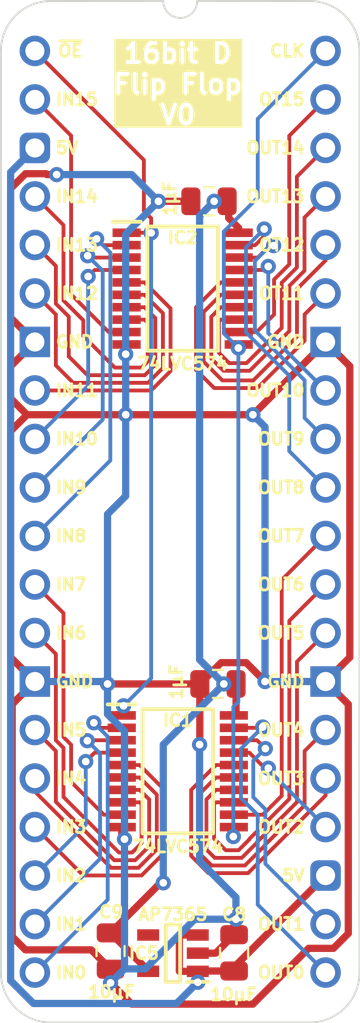
<source format=kicad_pcb>
(kicad_pcb (version 20240108) (generator "pcbnew") (generator_version "8.0")
  (title_block (title "16bit D Flip Flop") (date "2024-03-05") (rev "V0"))
  (layers (0 "F.Cu" signal) (31 "B.Cu" signal) (34 "B.Paste" user) (35 "F.Paste" user) (36 "B.SilkS" user "B.Silkscreen") (37 "F.SilkS" user "F.Silkscreen") (38 "B.Mask" user) (39 "F.Mask" user) (44 "Edge.Cuts" user))
  (net 0 "")
  (net 1 "GND")
  (net 2 "5V")
  (net 3 "/3.3V")
  (net 5 "VA5")
  (net 6 "VA3")
  (net 7 "C5")
  (net 8 "~{OE}")
  (net 9 "C0")
  (net 10 "C6")
  (net 11 "C2")
  (net 12 "CLK")
  (net 13 "C3")
  (net 14 "VA4")
  (net 15 "VA6")
  (net 16 "VA1")
  (net 17 "VA2")
  (net 18 "VA7")
  (net 19 "C7")
  (net 20 "C1")
  (net 21 "C4")
  (net 22 "VA0")
  (net 23 "VA9")
  (net 24 "C10")
  (net 25 "C8")
  (net 26 "VA14")
  (net 27 "C15")
  (net 28 "C12")
  (net 29 "C13")
  (net 30 "VA8")
  (net 31 "C14")
  (net 32 "C9")
  (net 33 "VA10")
  (net 34 "VA12")
  (net 35 "C11")
  (net 36 "VA15")
  (net 37 "VA11")
  (net 38 "VA13")
  (footprint "SamacSys_Parts:SOP65P640X110-20N" (layer "F.Cu") (at 7.493 37.719)
    (property "Reference" "IC1" (at 0 -2.667 0) (layer "F.SilkS") (effects (font (size 0.635 0.635))))
    (property "Value" "74LVC574APW,118" (hide yes))
    (fp_line (start -3.675 -3.5) (end -2.2 -3.5) (stroke (width 0.2)) (layer "F.SilkS"))
    (fp_line (start -1.85 -3.25) (end 1.85 -3.25) (stroke (width 0.2)) (layer "F.SilkS"))
    (fp_line (start -1.85 3.25) (end -1.85 -3.25) (stroke (width 0.2)) (layer "F.SilkS"))
    (fp_line (start 1.85 -3.25) (end 1.85 3.25) (stroke (width 0.2)) (layer "F.SilkS"))
    (fp_line (start 1.85 3.25) (end -1.85 3.25) (stroke (width 0.2)) (layer "F.SilkS"))
    (fp_text user "${Silkscreen}" (at 0 3.937 0) (layer "F.SilkS") (effects (font (size 0.635 0.635))))
    (pad "1" smd rect (at -2.938 -2.925 90) (size 0.45 1.475) (layers "F.Cu" "F.Paste" "F.Mask") (net 8 "~{OE}"))
    (pad "2" smd rect (at -2.938 -2.275 90) (size 0.45 1.475) (layers "F.Cu" "F.Paste" "F.Mask") (net 9 "C0"))
    (pad "3" smd rect (at -2.938 -1.625 90) (size 0.45 1.475) (layers "F.Cu" "F.Paste" "F.Mask") (net 20 "C1"))
    (pad "4" smd rect (at -2.938 -0.975 90) (size 0.45 1.475) (layers "F.Cu" "F.Paste" "F.Mask") (net 11 "C2"))
    (pad "5" smd rect (at -2.938 -0.325 90) (size 0.45 1.475) (layers "F.Cu" "F.Paste" "F.Mask") (net 13 "C3"))
    (pad "6" smd rect (at -2.938 0.325 90) (size 0.45 1.475) (layers "F.Cu" "F.Paste" "F.Mask") (net 21 "C4"))
    (pad "7" smd rect (at -2.938 0.975 90) (size 0.45 1.475) (layers "F.Cu" "F.Paste" "F.Mask") (net 7 "C5"))
    (pad "8" smd rect (at -2.938 1.625 90) (size 0.45 1.475) (layers "F.Cu" "F.Paste" "F.Mask") (net 10 "C6"))
    (pad "9" smd rect (at -2.938 2.275 90) (size 0.45 1.475) (layers "F.Cu" "F.Paste" "F.Mask") (net 19 "C7"))
    (pad "10" smd rect (at -2.938 2.925 90) (size 0.45 1.475) (layers "F.Cu" "F.Paste" "F.Mask") (net 1 "GND"))
    (pad "11" smd rect (at 2.938 2.925 90) (size 0.45 1.475) (layers "F.Cu" "F.Paste" "F.Mask") (net 12 "CLK"))
    (pad "12" smd rect (at 2.938 2.275 90) (size 0.45 1.475) (layers "F.Cu" "F.Paste" "F.Mask") (net 18 "VA7"))
    (pad "13" smd rect (at 2.938 1.625 90) (size 0.45 1.475) (layers "F.Cu" "F.Paste" "F.Mask") (net 15 "VA6"))
    (pad "14" smd rect (at 2.938 0.975 90) (size 0.45 1.475) (layers "F.Cu" "F.Paste" "F.Mask") (net 5 "VA5"))
    (pad "15" smd rect (at 2.938 0.325 90) (size 0.45 1.475) (layers "F.Cu" "F.Paste" "F.Mask") (net 14 "VA4"))
    (pad "16" smd rect (at 2.938 -0.325 90) (size 0.45 1.475) (layers "F.Cu" "F.Paste" "F.Mask") (net 6 "VA3"))
    (pad "17" smd rect (at 2.938 -0.975 90) (size 0.45 1.475) (layers "F.Cu" "F.Paste" "F.Mask") (net 17 "VA2"))
    (pad "18" smd rect (at 2.938 -1.625 90) (size 0.45 1.475) (layers "F.Cu" "F.Paste" "F.Mask") (net 16 "VA1"))
    (pad "19" smd rect (at 2.938 -2.275 90) (size 0.45 1.475) (layers "F.Cu" "F.Paste" "F.Mask") (net 22 "VA0"))
    (pad "20" smd rect (at 2.938 -2.925 90) (size 0.45 1.475) (layers "F.Cu" "F.Paste" "F.Mask") (net 3 "/3.3V"))
  )
  (footprint "SamacSys_Parts:C_0805" (layer "F.Cu") (at 9.144 7.874 90)
    (property "Reference" "C2" (hide yes))
    (property "Value" "1μF" (at 0.1484 -2.0768 90) (layer "F.SilkS") (effects (font (size 0.635 0.635))))
    (fp_line (start 0.735 0.245252) (end 0.735 -0.277252) (stroke (width 0.12)) (layer "F.SilkS"))
    (fp_line (start -0.735 0.245252) (end -0.735 -0.277252) (stroke (width 0.12)) (layer "F.SilkS"))
    (pad "1" smd roundrect (at 0 0.934 180) (size 1 1.45) (layers "F.Cu" "F.Paste" "F.Mask") (net 3 "/3.3V"))
    (pad "2" smd roundrect (at 0 -0.966 180) (size 1 1.45) (layers "F.Cu" "F.Paste" "F.Mask") (net 1 "GND"))
  )
  (footprint "SamacSys_Parts:SOP65P640X110-20N" (layer "F.Cu") (at 7.747 12.446)
    (property "Reference" "IC2" (at 0 -2.667 0) (layer "F.SilkS") (effects (font (size 0.635 0.635))))
    (property "Value" "74LVC574APW,118" (hide yes))
    (fp_line (start -3.675 -3.5) (end -2.2 -3.5) (stroke (width 0.2)) (layer "F.SilkS"))
    (fp_line (start -1.85 -3.25) (end 1.85 -3.25) (stroke (width 0.2)) (layer "F.SilkS"))
    (fp_line (start -1.85 3.25) (end -1.85 -3.25) (stroke (width 0.2)) (layer "F.SilkS"))
    (fp_line (start 1.85 -3.25) (end 1.85 3.25) (stroke (width 0.2)) (layer "F.SilkS"))
    (fp_line (start 1.85 3.25) (end -1.85 3.25) (stroke (width 0.2)) (layer "F.SilkS"))
    (fp_text user "${Silkscreen}" (at 0 3.937 0) (layer "F.SilkS") (effects (font (size 0.635 0.635))))
    (pad "1" smd rect (at -2.938 -2.925 90) (size 0.45 1.475) (layers "F.Cu" "F.Paste" "F.Mask") (net 8 "~{OE}"))
    (pad "2" smd rect (at -2.938 -2.275 90) (size 0.45 1.475) (layers "F.Cu" "F.Paste" "F.Mask") (net 25 "C8"))
    (pad "3" smd rect (at -2.938 -1.625 90) (size 0.45 1.475) (layers "F.Cu" "F.Paste" "F.Mask") (net 32 "C9"))
    (pad "4" smd rect (at -2.938 -0.975 90) (size 0.45 1.475) (layers "F.Cu" "F.Paste" "F.Mask") (net 24 "C10"))
    (pad "5" smd rect (at -2.938 -0.325 90) (size 0.45 1.475) (layers "F.Cu" "F.Paste" "F.Mask") (net 35 "C11"))
    (pad "6" smd rect (at -2.938 0.325 90) (size 0.45 1.475) (layers "F.Cu" "F.Paste" "F.Mask") (net 28 "C12"))
    (pad "7" smd rect (at -2.938 0.975 90) (size 0.45 1.475) (layers "F.Cu" "F.Paste" "F.Mask") (net 29 "C13"))
    (pad "8" smd rect (at -2.938 1.625 90) (size 0.45 1.475) (layers "F.Cu" "F.Paste" "F.Mask") (net 31 "C14"))
    (pad "9" smd rect (at -2.938 2.275 90) (size 0.45 1.475) (layers "F.Cu" "F.Paste" "F.Mask") (net 27 "C15"))
    (pad "10" smd rect (at -2.938 2.925 90) (size 0.45 1.475) (layers "F.Cu" "F.Paste" "F.Mask") (net 1 "GND"))
    (pad "11" smd rect (at 2.938 2.925 90) (size 0.45 1.475) (layers "F.Cu" "F.Paste" "F.Mask") (net 12 "CLK"))
    (pad "12" smd rect (at 2.938 2.275 90) (size 0.45 1.475) (layers "F.Cu" "F.Paste" "F.Mask") (net 36 "VA15"))
    (pad "13" smd rect (at 2.938 1.625 90) (size 0.45 1.475) (layers "F.Cu" "F.Paste" "F.Mask") (net 26 "VA14"))
    (pad "14" smd rect (at 2.938 0.975 90) (size 0.45 1.475) (layers "F.Cu" "F.Paste" "F.Mask") (net 38 "VA13"))
    (pad "15" smd rect (at 2.938 0.325 90) (size 0.45 1.475) (layers "F.Cu" "F.Paste" "F.Mask") (net 34 "VA12"))
    (pad "16" smd rect (at 2.938 -0.325 90) (size 0.45 1.475) (layers "F.Cu" "F.Paste" "F.Mask") (net 37 "VA11"))
    (pad "17" smd rect (at 2.938 -0.975 90) (size 0.45 1.475) (layers "F.Cu" "F.Paste" "F.Mask") (net 33 "VA10"))
    (pad "18" smd rect (at 2.938 -1.625 90) (size 0.45 1.475) (layers "F.Cu" "F.Paste" "F.Mask") (net 23 "VA9"))
    (pad "19" smd rect (at 2.938 -2.275 90) (size 0.45 1.475) (layers "F.Cu" "F.Paste" "F.Mask") (net 30 "VA8"))
    (pad "20" smd rect (at 2.938 -2.925 90) (size 0.45 1.475) (layers "F.Cu" "F.Paste" "F.Mask") (net 3 "/3.3V"))
  )
  (footprint "SamacSys_Parts:C_0805" (layer "F.Cu") (at 9.613 33.147 90)
    (property "Reference" "C1" (hide yes))
    (property "Value" "1μF" (at 0.1016 -2.1962 -90) (layer "F.SilkS") (effects (font (size 0.635 0.635))))
    (fp_line (start 0.735 0.245252) (end 0.735 -0.277252) (stroke (width 0.12)) (layer "F.SilkS"))
    (fp_line (start -0.735 0.245252) (end -0.735 -0.277252) (stroke (width 0.12)) (layer "F.SilkS"))
    (pad "1" smd roundrect (at 0 0.934 180) (size 1 1.45) (layers "F.Cu" "F.Paste" "F.Mask") (net 3 "/3.3V"))
    (pad "2" smd roundrect (at 0 -0.966 180) (size 1 1.45) (layers "F.Cu" "F.Paste" "F.Mask") (net 1 "GND"))
  )
  (footprint "SamacSys_Parts:C_0805" (layer "F.Cu") (at 3.967 47.117 180)
    (property "Reference" "C9" (at -0.03 2.032 180) (layer "F.SilkS") (effects (font (size 0.635 0.635))))
    (property "Value" "10µF" (at -0.0508 -2.159 0) (layer "F.SilkS") (effects (font (size 0.635 0.635))))
    (fp_line (start 0.735 0.245252) (end 0.735 -0.277252) (stroke (width 0.12)) (layer "F.SilkS"))
    (fp_line (start -0.735 0.245252) (end -0.735 -0.277252) (stroke (width 0.12)) (layer "F.SilkS"))
    (pad "1" smd roundrect (at 0 0.934 270) (size 1 1.45) (layers "F.Cu" "F.Paste" "F.Mask") (net 3 "/3.3V"))
    (pad "2" smd roundrect (at 0 -0.966 270) (size 1 1.45) (layers "F.Cu" "F.Paste" "F.Mask") (net 1 "GND"))
  )
  (footprint "SamacSys_Parts:C_0805" (layer "F.Cu") (at 10.444 47.244)
    (property "Reference" "C8" (at 0 -2.032 180) (layer "F.SilkS") (effects (font (size 0.635 0.635))))
    (property "Value" "10µF" (at -0.03 2.159 0) (layer "F.SilkS") (effects (font (size 0.635 0.635))))
    (fp_line (start -0.735 0.245252) (end -0.735 -0.277252) (stroke (width 0.12)) (layer "F.SilkS"))
    (fp_line (start 0.735 0.245252) (end 0.735 -0.277252) (stroke (width 0.12)) (layer "F.SilkS"))
    (pad "1" smd roundrect (at 0 0.934 90) (size 1 1.45) (layers "F.Cu" "F.Paste" "F.Mask") (net 2 "5V"))
    (pad "2" smd roundrect (at 0 -0.966 90) (size 1 1.45) (layers "F.Cu" "F.Paste" "F.Mask") (net 1 "GND"))
  )
  (footprint "SamacSys_Parts:DIP-40_Board_W15.24mm" (layer "F.Cu") (at 0 0)
    (property "Reference" "J2" (hide yes))
    (property "Value" "Conn_02x20_Counter_Clockwise" (hide yes))
    (fp_line (start -1.778 48.26) (end -1.778 0) (stroke (width 0.1)) (layer "Edge.Cuts"))
    (fp_line (start 6.731 -2.6162) (end 0.835732 -2.613732) (stroke (width 0.1)) (layer "Edge.Cuts"))
    (fp_line (start 14.404267 -2.613733) (end 8.509 -2.6162) (stroke (width 0.1)) (layer "Edge.Cuts"))
    (fp_line (start 14.404268 50.873732) (end 0.835733 50.873733) (stroke (width 0.1)) (layer "Edge.Cuts"))
    (fp_line (start 17.018 48.26) (end 17.017999 -0.000001) (stroke (width 0.1)) (layer "Edge.Cuts"))
    (fp_arc (start -1.778 0) (mid -1.012456 -1.848188) (end 0.835732 -2.613732) (stroke (width 0.1)) (layer "Edge.Cuts"))
    (fp_arc (start 0.835733 50.873733) (mid -1.012457 50.10819) (end -1.778 48.26) (stroke (width 0.1)) (layer "Edge.Cuts"))
    (fp_arc (start 8.509 -2.6162) (mid 7.62 -1.7272) (end 6.731 -2.6162) (stroke (width 0.1)) (layer "Edge.Cuts"))
    (fp_arc (start 14.404267 -2.613733) (mid 16.25245 -1.848186) (end 17.017999 -0.000001) (stroke (width 0.1)) (layer "Edge.Cuts"))
    (fp_arc (start 17.018 48.26) (mid 16.252456 50.108187) (end 14.404268 50.873732) (stroke (width 0.1)) (layer "Edge.Cuts"))
    (pad "1" thru_hole circle (at 0 0) (size 1.6 1.6) (drill 1) (layers "*.Cu" "*.Mask") (net 8 "~{OE}"))
    (pad "2" thru_hole oval (at 0 2.54) (size 1.6 1.6) (drill 1) (layers "*.Cu" "*.Mask") (net 27 "C15"))
    (pad "3" thru_hole roundrect (at 0 5.08) (size 1.6 1.6) (drill 1) (layers "*.Cu" "*.Mask") (net 2 "5V"))
    (pad "4" thru_hole oval (at 0 7.62) (size 1.6 1.6) (drill 1) (layers "*.Cu" "*.Mask") (net 31 "C14"))
    (pad "5" thru_hole oval (at 0 10.16) (size 1.6 1.6) (drill 1) (layers "*.Cu" "*.Mask") (net 29 "C13"))
    (pad "6" thru_hole oval (at 0 12.7) (size 1.6 1.6) (drill 1) (layers "*.Cu" "*.Mask") (net 28 "C12"))
    (pad "7" thru_hole rect (at 0 15.24) (size 1.6 1.6) (drill 1) (layers "*.Cu" "*.Mask") (net 1 "GND"))
    (pad "8" thru_hole oval (at 0 17.78) (size 1.6 1.6) (drill 1) (layers "*.Cu" "*.Mask") (net 35 "C11"))
    (pad "9" thru_hole oval (at 0 20.32) (size 1.6 1.6) (drill 1) (layers "*.Cu" "*.Mask") (net 24 "C10"))
    (pad "10" thru_hole oval (at 0 22.86) (size 1.6 1.6) (drill 1) (layers "*.Cu" "*.Mask") (net 32 "C9"))
    (pad "11" thru_hole oval (at 0 25.4) (size 1.6 1.6) (drill 1) (layers "*.Cu" "*.Mask") (net 25 "C8"))
    (pad "12" thru_hole oval (at 0 27.94) (size 1.6 1.6) (drill 1) (layers "*.Cu" "*.Mask") (net 19 "C7"))
    (pad "13" thru_hole oval (at 0 30.48) (size 1.6 1.6) (drill 1) (layers "*.Cu" "*.Mask") (net 10 "C6"))
    (pad "14" thru_hole rect (at 0 33.02) (size 1.6 1.6) (drill 1) (layers "*.Cu" "*.Mask") (net 1 "GND"))
    (pad "15" thru_hole oval (at 0 35.56) (size 1.6 1.6) (drill 1) (layers "*.Cu" "*.Mask") (net 7 "C5"))
    (pad "16" thru_hole oval (at 0 38.1) (size 1.6 1.6) (drill 1) (layers "*.Cu" "*.Mask") (net 21 "C4"))
    (pad "17" thru_hole oval (at 0 40.64) (size 1.6 1.6) (drill 1) (layers "*.Cu" "*.Mask") (net 13 "C3"))
    (pad "18" thru_hole oval (at 0 43.18) (size 1.6 1.6) (drill 1) (layers "*.Cu" "*.Mask") (net 11 "C2"))
    (pad "19" thru_hole oval (at 0 45.72) (size 1.6 1.6) (drill 1) (layers "*.Cu" "*.Mask") (net 20 "C1"))
    (pad "20" thru_hole oval (at 0 48.26) (size 1.6 1.6) (drill 1) (layers "*.Cu" "*.Mask") (net 9 "C0"))
    (pad "21" thru_hole oval (at 15.24 48.26) (size 1.6 1.6) (drill 1) (layers "*.Cu" "*.Mask") (net 22 "VA0"))
    (pad "22" thru_hole oval (at 15.24 45.72) (size 1.6 1.6) (drill 1) (layers "*.Cu" "*.Mask") (net 16 "VA1"))
    (pad "23" thru_hole roundrect (at 15.24 43.18) (size 1.6 1.6) (drill 1) (layers "*.Cu" "*.Mask") (net 2 "5V"))
    (pad "24" thru_hole oval (at 15.24 40.64) (size 1.6 1.6) (drill 1) (layers "*.Cu" "*.Mask") (net 17 "VA2"))
    (pad "25" thru_hole oval (at 15.24 38.1) (size 1.6 1.6) (drill 1) (layers "*.Cu" "*.Mask") (net 6 "VA3"))
    (pad "26" thru_hole oval (at 15.24 35.56) (size 1.6 1.6) (drill 1) (layers "*.Cu" "*.Mask") (net 14 "VA4"))
    (pad "27" thru_hole rect (at 15.24 33.02) (size 1.6 1.6) (drill 1) (layers "*.Cu" "*.Mask") (net 1 "GND"))
    (pad "28" thru_hole oval (at 15.24 30.48) (size 1.6 1.6) (drill 1) (layers "*.Cu" "*.Mask") (net 5 "VA5"))
    (pad "29" thru_hole oval (at 15.24 27.94) (size 1.6 1.6) (drill 1) (layers "*.Cu" "*.Mask") (net 15 "VA6"))
    (pad "30" thru_hole oval (at 15.24 25.4) (size 1.6 1.6) (drill 1) (layers "*.Cu" "*.Mask") (net 18 "VA7"))
    (pad "31" thru_hole oval (at 15.24 22.86) (size 1.6 1.6) (drill 1) (layers "*.Cu" "*.Mask") (net 30 "VA8"))
    (pad "32" thru_hole oval (at 15.24 20.32) (size 1.6 1.6) (drill 1) (layers "*.Cu" "*.Mask") (net 23 "VA9"))
    (pad "33" thru_hole oval (at 15.24 17.78) (size 1.6 1.6) (drill 1) (layers "*.Cu" "*.Mask") (net 33 "VA10"))
    (pad "34" thru_hole rect (at 15.24 15.24) (size 1.6 1.6) (drill 1) (layers "*.Cu" "*.Mask") (net 1 "GND"))
    (pad "35" thru_hole oval (at 15.24 12.7) (size 1.6 1.6) (drill 1) (layers "*.Cu" "*.Mask") (net 37 "VA11"))
    (pad "36" thru_hole oval (at 15.24 10.16) (size 1.6 1.6) (drill 1) (layers "*.Cu" "*.Mask") (net 34 "VA12"))
    (pad "37" thru_hole oval (at 15.24 7.62) (size 1.6 1.6) (drill 1) (layers "*.Cu" "*.Mask") (net 38 "VA13"))
    (pad "38" thru_hole oval (at 15.24 5.08) (size 1.6 1.6) (drill 1) (layers "*.Cu" "*.Mask") (net 26 "VA14"))
    (pad "39" thru_hole oval (at 15.24 2.54) (size 1.6 1.6) (drill 1) (layers "*.Cu" "*.Mask") (net 36 "VA15"))
    (pad "40" thru_hole oval (at 15.24 0) (size 1.6 1.6) (drill 1) (layers "*.Cu" "*.Mask") (net 12 "CLK"))
  )
  (footprint "SamacSys_Parts:SOT95P285X130-5N" (layer "F.Cu") (at 7.239 47.244 180)
    (property "Reference" "IC5" (at 1.524 0 180) (layer "F.SilkS") (effects (font (size 0.635 0.635))))
    (property "Value" "AP7365-33WG-7" (hide yes))
    (fp_line (start 0.375 1.5) (end -0.375 1.5) (stroke (width 0.2)) (layer "F.SilkS"))
    (fp_line (start 0.375 -1.5) (end 0.375 1.5) (stroke (width 0.2)) (layer "F.SilkS"))
    (fp_line (start -0.375 1.5) (end -0.375 -1.5) (stroke (width 0.2)) (layer "F.SilkS"))
    (fp_line (start -0.375 -1.5) (end 0.375 -1.5) (stroke (width 0.2)) (layer "F.SilkS"))
    (fp_line (start -1.875 -1.5) (end -0.725 -1.5) (stroke (width 0.2)) (layer "F.SilkS"))
    (fp_text user "${Silkscreen}" (at 0 2.032 180) (layer "F.SilkS") (effects (font (size 0.635 0.635))))
    (pad "1" smd rect (at -1.3 -0.95 270) (size 0.6 1.15) (layers "F.Cu" "F.Paste" "F.Mask") (net 2 "5V"))
    (pad "2" smd rect (at -1.3 0 270) (size 0.6 1.15) (layers "F.Cu" "F.Paste" "F.Mask") (net 1 "GND"))
    (pad "3" smd rect (at -1.3 0.95 270) (size 0.6 1.15) (layers "F.Cu" "F.Paste" "F.Mask") (net 2 "5V"))
    (pad "4" smd rect (at 1.3 0.95 270) (size 0.6 1.15) (layers "F.Cu" "F.Paste" "F.Mask"))
    (pad "5" smd rect (at 1.3 -0.95 270) (size 0.6 1.15) (layers "F.Cu" "F.Paste" "F.Mask") (net 3 "/3.3V"))
  )
  (footprint "SamacSys_Parts:PinHeader_1x20_P2.54mm_Vertical" (layer "B.Cu") (at 0 0 180)
    (property "Reference" "J1" (hide yes))
    (property "Value" "Pin_Header_01x20" (hide yes))
  )
  (footprint "SamacSys_Parts:PinHeader_1x20_P2.54mm_Vertical" (layer "B.Cu") (at 15.24 0 180)
    (property "Reference" "J3" (hide yes))
    (property "Value" "Pin_Header_01x20" (hide yes))
  )
  (gr_text "GND" (at 1.016 33.02 0) (layer "F.SilkS") (effects (font (size 0.635 0.635)) (justify left)))
  (gr_text "IN15" (at 1.016 2.54 0) (layer "F.SilkS") (effects (font (size 0.635 0.635)) (justify left)))
  (gr_text "GND" (at 14.224 15.24 0) (layer "F.SilkS") (effects (font (size 0.635 0.635)) (justify right)))
  (gr_text "OT11" (at 14.224 12.7 0) (layer "F.SilkS") (effects (font (size 0.635 0.635)) (justify right)))
  (gr_text "5V" (at 1.016 5.08 0) (layer "F.SilkS") (effects (font (size 0.635 0.635)) (justify left)))
  (gr_text "OUT8" (at 14.224 22.86 0) (layer "F.SilkS") (effects (font (size 0.635 0.635)) (justify right)))
  (gr_text "OUT10" (at 14.224 17.78 0) (layer "F.SilkS") (effects (font (size 0.635 0.635)) (justify right)))
  (gr_text "OUT3" (at 14.224 38.1 0) (layer "F.SilkS") (effects (font (size 0.635 0.635)) (justify right)))
  (gr_text "IN4" (at 1.016 38.1 0) (layer "F.SilkS") (effects (font (size 0.635 0.635)) (justify left)))
  (gr_text "OUT5" (at 14.224 30.48 0) (layer "F.SilkS") (effects (font (size 0.635 0.635)) (justify right)))
  (gr_text "OUT9" (at 14.224 20.32 0) (layer "F.SilkS") (effects (font (size 0.635 0.635)) (justify right)))
  (gr_text "IN6" (at 1.016 30.48 0) (layer "F.SilkS") (effects (font (size 0.635 0.635)) (justify left)))
  (gr_text "IN13" (at 1.016 10.16 0) (layer "F.SilkS") (effects (font (size 0.635 0.635)) (justify left)))
  (gr_text "OUT14" (at 14.224 5.08 0) (layer "F.SilkS") (effects (font (size 0.635 0.635)) (justify right)))
  (gr_text "IN10" (at 1.016 20.32 0) (layer "F.SilkS") (effects (font (size 0.635 0.635)) (justify left)))
  (gr_text "CLK" (at 14.224 0 0) (layer "F.SilkS") (effects (font (size 0.635 0.635)) (justify right)))
  (gr_text "IN11" (at 1.016 17.78 0) (layer "F.SilkS") (effects (font (size 0.635 0.635)) (justify left)))
  (gr_text "OUT4" (at 14.224 35.56 0) (layer "F.SilkS") (effects (font (size 0.635 0.635)) (justify right)))
  (gr_text "OUT2" (at 14.224 40.64 0) (layer "F.SilkS") (effects (font (size 0.635 0.635)) (justify right)))
  (gr_text "IN5" (at 1.016 35.56 0) (layer "F.SilkS") (effects (font (size 0.635 0.635)) (justify left)))
  (gr_text "OT15" (at 14.224 2.54 0) (layer "F.SilkS") (effects (font (size 0.635 0.635)) (justify right)))
  (gr_text "OUT1" (at 14.224 45.72 0) (layer "F.SilkS") (effects (font (size 0.635 0.635)) (justify right)))
  (gr_text "IN7" (at 1.016 27.94 0) (layer "F.SilkS") (effects (font (size 0.635 0.635)) (justify left)))
  (gr_text "IN1" (at 1.016 45.72 0) (layer "F.SilkS") (effects (font (size 0.635 0.635)) (justify left)))
  (gr_text "IN8" (at 1.016 25.4 0) (layer "F.SilkS") (effects (font (size 0.635 0.635)) (justify left)))
  (gr_text "OUT13" (at 14.224 7.62 0) (layer "F.SilkS") (effects (font (size 0.635 0.635)) (justify right)))
  (gr_text "OT12" (at 14.224 10.16 0) (layer "F.SilkS") (effects (font (size 0.635 0.635)) (justify right)))
  (gr_text "5V" (at 14.224 43.18 0) (layer "F.SilkS") (effects (font (size 0.635 0.635)) (justify right)))
  (gr_text "IN14" (at 1.016 7.62 0) (layer "F.SilkS") (effects (font (size 0.635 0.635)) (justify left)))
  (gr_text "GND" (at 1.016 15.24 0) (layer "F.SilkS") (effects (font (size 0.635 0.635)) (justify left)))
  (gr_text "IN12" (at 1.016 12.7 0) (layer "F.SilkS") (effects (font (size 0.635 0.635)) (justify left)))
  (gr_text "IN0" (at 1.016 48.26 0) (layer "F.SilkS") (effects (font (size 0.635 0.635)) (justify left)))
  (gr_text "IN2" (at 1.016 43.18 0) (layer "F.SilkS") (effects (font (size 0.635 0.635)) (justify left)))
  (gr_text "16bit D\nFlip Flop\nV0" (at 7.493 3.937 0) (layer "F.SilkS" knockout) (effects (font (size 1 1) (thickness 0.2) (bold yes)) (justify bottom)))
  (gr_text "IN3" (at 1.016 40.64 0) (layer "F.SilkS") (effects (font (size 0.635 0.635)) (justify left)))
  (gr_text "IN9" (at 1.016 22.86 0) (layer "F.SilkS") (effects (font (size 0.635 0.635)) (justify left)))
  (gr_text "~{OE}" (at 1.143 0 0) (layer "F.SilkS") (effects (font (size 0.635 0.635)) (justify left)))
  (gr_text "OUT7" (at 14.224 25.4 0) (layer "F.SilkS") (effects (font (size 0.635 0.635)) (justify right)))
  (gr_text "GND" (at 14.224 33.02 0) (layer "F.SilkS") (effects (font (size 0.635 0.635)) (justify right)))
  (gr_text "OUT6" (at 14.224 27.94 0) (layer "F.SilkS") (effects (font (size 0.635 0.635)) (justify right)))
  (gr_text "OUT0" (at 14.224 48.26 0) (layer "F.SilkS") (effects (font (size 0.635 0.635)) (justify right)))
  (segment (start -0.412915 19.05) (end -1.27 19.907085) (width 0.38) (layer "F.Cu") (net 1))
  (segment (start -1.27 13.97) (end 0 15.24) (width 0.38) (layer "F.Cu") (net 1))
  (segment (start -1.19 34.21) (end 0 33.02) (width 0.38) (layer "F.Cu") (net 1))
  (segment (start 5.080004 49.911) (end 3.966995 48.797991) (width 0.38) (layer "F.Cu") (net 1))
  (segment (start 15.24 33.02) (end 16.43 34.21) (width 0.38) (layer "F.Cu") (net 1))
  (segment (start 11.43 49.911) (end 5.080004 49.911) (width 0.38) (layer "F.Cu") (net 1))
  (segment (start 0.635 6.477) (end 0.588 6.43) (width 0.38) (layer "F.Cu") (net 1))
  (segment (start -0.492915 6.43) (end -1.27 7.207085) (width 0.38) (layer "F.Cu") (net 1))
  (segment (start -1.19 46.376) (end -1.19 34.21) (width 0.38) (layer "F.Cu") (net 1))
  (segment (start 2.954 47.07) (end -0.496 47.07) (width 0.38) (layer "F.Cu") (net 1))
  (segment (start 1.143 6.477) (end 0.635 6.477) (width 0.38) (layer "F.Cu") (net 1))
  (segment (start 15.24 15.24) (end 16.51 16.51) (width 0.38) (layer "F.Cu") (net 1))
  (segment (start -1.27 7.207085) (end -1.27 13.97) (width 0.38) (layer "F.Cu") (net 1))
  (segment (start 11.43 19.05) (end 4.761 19.05) (width 0.38) (layer "F.Cu") (net 1))
  (segment (start 0 15.24) (end -1.27 16.51) (width 0.38) (layer "F.Cu") (net 1))
  (segment (start -1.27 31.75) (end 0 33.02) (width 0.38) (layer "F.Cu") (net 1))
  (segment (start 0.588 6.43) (end -0.492915 6.43) (width 0.38) (layer "F.Cu") (net 1))
  (segment (start -1.27 19.907085) (end -1.27 31.75) (width 0.38) (layer "F.Cu") (net 1))
  (segment (start 16.43 46.212915) (end 15.652915 46.99) (width 0.38) (layer "F.Cu") (net 1))
  (segment (start 9.478 47.244) (end 10.444 46.278) (width 0.38) (layer "F.Cu") (net 1))
  (segment (start 8.647 33.147) (end 8.647 36.311) (width 0.38) (layer "F.Cu") (net 1))
  (segment (start 4.555 41.131) (end 4.699 41.275) (width 0.38) (layer "F.Cu") (net 1))
  (segment (start 8.539 47.244) (end 9.478 47.244) (width 0.38) (layer "F.Cu") (net 1))
  (segment (start 8.647 36.311) (end 8.636 36.322) (width 0.38) (layer "F.Cu") (net 1))
  (segment (start -1.27 16.51) (end -1.27 18.192915) (width 0.38) (layer "F.Cu") (net 1))
  (segment (start 8.647 33.147) (end 3.81 33.147) (width 0.38) (layer "F.Cu") (net 1))
  (segment (start 3.967 48.797986) (end 3.966995 48.797991) (width 0.38) (layer "F.Cu") (net 1))
  (segment (start 10.444 46.278) (end 10.444 45.563) (width 0.38) (layer "F.Cu") (net 1))
  (segment (start 4.809 15.371) (end 4.809 15.832) (width 0.38) (layer "F.Cu") (net 1))
  (segment (start 16.43 34.21) (end 16.43 46.212915) (width 0.38) (layer "F.Cu") (net 1))
  (segment (start 4.555 40.644) (end 4.555 41.131) (width 0.38) (layer "F.Cu") (net 1))
  (segment (start 4.809 15.832) (end 4.761 15.88) (width 0.38) (layer "F.Cu") (net 1))
  (segment (start 11.077 32.032) (end 9.762 32.032) (width 0.38) (layer "F.Cu") (net 1))
  (segment (start -0.412915 19.05) (end 4.761 19.05) (width 0.38) (layer "F.Cu") (net 1))
  (segment (start 16.51 31.75) (end 15.24 33.02) (width 0.38) (layer "F.Cu") (net 1))
  (segment (start 8.178 7.874) (end 6.477 7.874) (width 0.38) (layer "F.Cu") (net 1))
  (segment (start 3.967 48.083) (end 2.954 47.07) (width 0.38) (layer "F.Cu") (net 1))
  (segment (start -0.496 47.07) (end -1.19 46.376) (width 0.38) (layer "F.Cu") (net 1))
  (segment (start 16.51 16.51) (end 16.51 31.75) (width 0.38) (layer "F.Cu") (net 1))
  (segment (start 12.065 33.02) (end 11.077 32.032) (width 0.38) (layer "F.Cu") (net 1))
  (segment (start 10.444 45.563) (end 10.541 45.466) (width 0.38) (layer "F.Cu") (net 1))
  (segment (start 14.351 46.99) (end 11.43 49.911) (width 0.38) (layer "F.Cu") (net 1))
  (segment (start 3.967 48.083) (end 3.967 48.797986) (width 0.38) (layer "F.Cu") (net 1))
  (segment (start 15.24 15.24) (end 11.43 19.05) (width 0.38) (layer "F.Cu") (net 1))
  (segment (start 15.652915 46.99) (end 14.351 46.99) (width 0.38) (layer "F.Cu") (net 1))
  (segment (start 9.762 32.032) (end 8.647 33.147) (width 0.38) (layer "F.Cu") (net 1))
  (segment (start -1.27 18.192915) (end -0.412915 19.05) (width 0.38) (layer "F.Cu") (net 1))
  (via (at 3.966995 48.797991) (size 0.8) (drill 0.4) (layers "F.Cu" "B.Cu") (net 1))
  (via (at 12.065 33.02) (size 0.8) (drill 0.4) (layers "F.Cu" "B.Cu") (net 1))
  (via (at 6.477 7.874) (size 0.8) (drill 0.4) (layers "F.Cu" "B.Cu") (net 1))
  (via (at 8.636 36.322) (size 0.8) (drill 0.4) (layers "F.Cu" "B.Cu") (net 1))
  (via (at 4.699 41.275) (size 0.8) (drill 0.4) (layers "F.Cu" "B.Cu") (net 1))
  (via (at 1.143 6.477) (size 0.8) (drill 0.4) (layers "F.Cu" "B.Cu") (net 1))
  (via (at 4.761 15.88) (size 0.8) (drill 0.4) (layers "F.Cu" "B.Cu") (net 1))
  (via (at 3.81 33.147) (size 0.8) (drill 0.4) (layers "F.Cu" "B.Cu") (net 1))
  (via (at 4.761 19.05) (size 0.8) (drill 0.4) (layers "F.Cu" "B.Cu") (net 1))
  (via (at 11.43 19.05) (size 0.8) (drill 0.4) (layers "F.Cu" "B.Cu") (net 1))
  (via (at 10.541 45.466) (size 0.8) (drill 0.4) (layers "F.Cu" "B.Cu") (net 1))
  (segment (start 3.81 24.257) (end 4.761 23.306) (width 0.38) (layer "B.Cu") (net 1))
  (segment (start 4.699 41.275) (end 4.699 48.065986) (width 0.38) (layer "B.Cu") (net 1))
  (segment (start 4.699 48.065986) (end 5.782014 48.065986) (width 0.38) (layer "B.Cu") (net 1))
  (segment (start 4.699 35.62194) (end 3.81 34.73294) (width 0.38) (layer "B.Cu") (net 1))
  (segment (start 4.699 41.275) (end 4.699 35.62194) (width 0.38) (layer "B.Cu") (net 1))
  (segment (start 4.761 9.59) (end 4.761 15.88) (width 0.38) (layer "B.Cu") (net 1))
  (segment (start 5.782014 48.065986) (end 8.382 45.466) (width 0.38) (layer "B.Cu") (net 1))
  (segment (start 3.81 34.73294) (end 3.81 33.147) (width 0.38) (layer "B.Cu") (net 1))
  (segment (start 4.761 19.05) (end 4.761 15.88) (width 0.38) (layer "B.Cu") (net 1))
  (segment (start 3.81 33.147) (end 3.683 33.02) (width 0.38) (layer "B.Cu") (net 1))
  (segment (start 12.065 33.02) (end 12.065 19.685) (width 0.38) (layer "B.Cu") (net 1))
  (segment (start 8.636 42.418) (end 10.541 44.323) (width 0.38) (layer "B.Cu") (net 1))
  (segment (start 4.699 48.065986) (end 3.966995 48.797991) (width 0.38) (layer "B.Cu") (net 1))
  (segment (start 3.81 33.147) (end 3.81 24.257) (width 0.38) (layer "B.Cu") (net 1))
  (segment (start 4.761 23.306) (end 4.761 19.05) (width 0.38) (layer "B.Cu") (net 1))
  (segment (start 8.636 36.322) (end 8.636 42.418) (width 0.38) (layer "B.Cu") (net 1))
  (segment (start 3.683 33.02) (end 0 33.02) (width 0.38) (layer "B.Cu") (net 1))
  (segment (start 15.24 33.02) (end 12.065 33.02) (width 0.38) (layer "B.Cu") (net 1))
  (segment (start 6.477 7.874) (end 4.761 9.59) (width 0.38) (layer "B.Cu") (net 1))
  (segment (start 5.08 6.477) (end 1.143 6.477) (width 0.38) (layer "B.Cu") (net 1))
  (segment (start 6.477 7.874) (end 5.08 6.477) (width 0.38) (layer "B.Cu") (net 1))
  (segment (start 10.541 44.323) (end 10.541 45.466) (width 0.38) (layer "B.Cu") (net 1))
  (segment (start 12.065 19.685) (end 11.43 19.05) (width 0.38) (layer "B.Cu") (net 1))
  (segment (start 8.382 45.466) (end 10.541 45.466) (width 0.38) (layer "B.Cu") (net 1))
  (segment (start 8.539 48.194) (end 8.539 48.768) (width 0.38) (layer "F.Cu") (net 2))
  (segment (start 7.584 46.294) (end 7.574 46.304) (width 0.38) (layer "F.Cu") (net 2))
  (segment (start 7.574 48.184) (end 7.584 48.194) (width 0.38) (layer "F.Cu") (net 2))
  (segment (start 7.574 46.304) (end 7.574 48.184) (width 0.38) (layer "F.Cu") (net 2))
  (segment (start 10.444 48.178) (end 8.555 48.178) (width 0.38) (layer "F.Cu") (net 2))
  (segment (start 7.584 48.194) (end 8.539 48.194) (width 0.38) (layer "F.Cu") (net 2))
  (segment (start 8.539 46.294) (end 7.584 46.294) (width 0.38) (layer "F.Cu") (net 2))
  (segment (start 10.444 47.976) (end 15.24 43.18) (width 0.38) (layer "F.Cu") (net 2))
  (via (at 8.539 48.768) (size 0.8) (drill 0.4) (layers "F.Cu" "B.Cu") (net 2))
  (segment (start 0 5.08) (end -1.27 6.35) (width 0.38) (layer "B.Cu") (net 2))
  (segment (start -1.27 6.35) (end -1.27 48.680378) (width 0.38) (layer "B.Cu") (net 2))
  (segment (start 7.429386 49.877614) (end 8.539 48.768) (width 0.38) (layer "B.Cu") (net 2))
  (segment (start -0.072764 49.877614) (end 7.429386 49.877614) (width 0.38) (layer "B.Cu") (net 2))
  (segment (start -1.27 48.680378) (end -0.072764 49.877614) (width 0.38) (layer "B.Cu") (net 2))
  (segment (start 10.16 8.7525) (end 10.16 7.956) (width 0.38) (layer "F.Cu") (net 3))
  (segment (start 10.547 33.147) (end 9.906004 33.147) (width 0.38) (layer "F.Cu") (net 3))
  (segment (start 10.078 7.874) (end 9.398 7.874) (width 0.38) (layer "F.Cu") (net 3))
  (segment (start 3.967 46.183) (end 6.589 43.561) (width 0.38) (layer "F.Cu") (net 3))
  (segment (start 5.939 48.155) (end 3.967 46.183) (width 0.38) (layer "F.Cu") (net 3))
  (segment (start 10.685 9.521) (end 10.685 9.2775) (width 0.38) (layer "F.Cu") (net 3))
  (segment (start 10.547 33.147) (end 10.547 34.678) (width 0.38) (layer "F.Cu") (net 3))
  (segment (start 6.589 43.561) (end 6.731 43.561) (width 0.38) (layer "F.Cu") (net 3))
  (segment (start 9.398 7.874) (end 9.397994 7.874) (width 0.38) (layer "F.Cu") (net 3))
  (segment (start 10.685 9.2775) (end 10.16 8.7525) (width 0.38) (layer "F.Cu") (net 3))
  (segment (start 9.906004 33.147) (end 9.906 33.147004) (width 0.38) (layer "F.Cu") (net 3))
  (segment (start 10.547 34.678) (end 10.431 34.794) (width 0.38) (layer "F.Cu") (net 3))
  (via (at 9.397994 7.874) (size 0.8) (drill 0.4) (layers "F.Cu" "B.Cu") (net 3))
  (via (at 9.906 33.147004) (size 0.8) (drill 0.4) (layers "F.Cu" "B.Cu") (net 3))
  (via (at 6.731 43.561) (size 0.8) (drill 0.4) (layers "F.Cu" "B.Cu") (net 3))
  (segment (start 9.906 33.147004) (end 8.636 31.877004) (width 0.38) (layer "B.Cu") (net 3))
  (segment (start 9.906 33.147004) (end 6.731 36.322004) (width 0.38) (layer "B.Cu") (net 3))
  (segment (start 6.731 36.322004) (end 6.731 43.561) (width 0.38) (layer "B.Cu") (net 3))
  (segment (start 8.636 8.635994) (end 9.397994 7.874) (width 0.38) (layer "B.Cu") (net 3))
  (segment (start 8.636 31.877004) (end 8.636 8.635994) (width 0.38) (layer "B.Cu") (net 3))
  (segment (start 9.4935 38.694) (end 8.9935 39.194) (width 0.2) (layer "F.Cu") (net 5))
  (segment (start 11.641 41.43337) (end 13.74 39.33437) (width 0.2) (layer "F.Cu") (net 5))
  (segment (start 11.641 41.456628) (end 11.641 41.43337) (width 0.2) (layer "F.Cu") (net 5))
  (segment (start 8.9935 41.817185) (end 9.429314 42.253) (width 0.2) (layer "F.Cu") (net 5))
  (segment (start 10.844628 42.253) (end 11.641 41.456628) (width 0.2) (layer "F.Cu") (net 5))
  (segment (start 9.429314 42.253) (end 10.844628 42.253) (width 0.2) (layer "F.Cu") (net 5))
  (segment (start 8.9935 39.194) (end 8.9935 41.817185) (width 0.2) (layer "F.Cu") (net 5))
  (segment (start 13.74 31.98) (end 15.24 30.48) (width 0.2) (layer "F.Cu") (net 5))
  (segment (start 13.74 39.33437) (end 13.74 31.98) (width 0.2) (layer "F.Cu") (net 5))
  (segment (start 10.431 38.694) (end 9.4935 38.694) (width 0.2) (layer "F.Cu") (net 5))
  (segment (start 9.097944 43.053) (end 11.176 43.053) (width 0.2) (layer "F.Cu") (net 6))
  (segment (start 9.4935 37.394) (end 8.1935 38.694) (width 0.2) (layer "F.Cu") (net 6))
  (segment (start 11.176 43.053) (end 15.24 38.989) (width 0.2) (layer "F.Cu") (net 6))
  (segment (start 8.193501 42.148557) (end 9.097944 43.053) (width 0.2) (layer "F.Cu") (net 6))
  (segment (start 8.1935 38.694) (end 8.193501 42.148557) (width 0.2) (layer "F.Cu") (net 6))
  (segment (start 15.24 38.989) (end 15.24 38.1) (width 0.2) (layer "F.Cu") (net 6))
  (segment (start 10.431 37.394) (end 9.4935 37.394) (width 0.2) (layer "F.Cu") (net 6))
  (segment (start 1.1 36.66) (end 0 35.56) (width 0.2) (layer "F.Cu") (net 7))
  (segment (start 4.555 38.694) (end 5.4925 38.694) (width 0.2) (layer "F.Cu") (net 7))
  (segment (start 5.4925 38.694) (end 5.9925 39.194) (width 0.2) (layer "F.Cu") (net 7))
  (segment (start 1.1 39.317185) (end 1.1 36.66) (width 0.2) (layer "F.Cu") (net 7))
  (segment (start 4.157815 42.375) (end 1.1 39.317185) (width 0.2) (layer "F.Cu") (net 7))
  (segment (start 5.9925 39.194) (end 5.9925 41.644128) (width 0.2) (layer "F.Cu") (net 7))
  (segment (start 5.9925 41.644128) (end 5.261628 42.375) (width 0.2) (layer "F.Cu") (net 7))
  (segment (start 5.261628 42.375) (end 4.157815 42.375) (width 0.2) (layer "F.Cu") (net 7))
  (segment (start 6.096 8.763) (end 6.096 9.524992) (width 0.2) (layer "F.Cu") (net 8))
  (segment (start 5.714998 5.714998) (end 5.714998 8.381998) (width 0.2) (layer "F.Cu") (net 8))
  (segment (start 4.809 9.521) (end 6.092008 9.521) (width 0.2) (layer "F.Cu") (net 8))
  (segment (start 0 0) (end 5.714998 5.714998) (width 0.2) (layer "F.Cu") (net 8))
  (segment (start 4.555 34.385) (end 4.65 34.29) (width 0.2) (layer "F.Cu") (net 8))
  (segment (start 5.714998 8.381998) (end 6.096 8.763) (width 0.2) (layer "F.Cu") (net 8))
  (segment (start 4.555 34.794) (end 4.555 34.385) (width 0.2) (layer "F.Cu") (net 8))
  (segment (start 6.092008 9.521) (end 6.096 9.524992) (width 0.2) (layer "F.Cu") (net 8))
  (via (at 4.65 34.29) (size 0.8) (drill 0.4) (layers "F.Cu" "B.Cu") (net 8))
  (via (at 6.096 9.524992) (size 0.8) (drill 0.4) (layers "F.Cu" "B.Cu") (net 8))
  (segment (start 6.096 32.844) (end 4.65 34.29) (width 0.2) (layer "B.Cu") (net 8))
  (segment (start 6.096 9.524992) (end 6.096 32.844) (width 0.2) (layer "B.Cu") (net 8))
  (segment (start 3.356561 35.444) (end 3.092028 35.179467) (width 0.2) (layer "F.Cu") (net 9))
  (segment (start 4.555 35.444) (end 3.356561 35.444) (width 0.2) (layer "F.Cu") (net 9))
  (via (at 3.092028 35.179467) (size 0.8) (drill 0.4) (layers "F.Cu" "B.Cu") (net 9))
  (segment (start 3.817475 35.904914) (end 3.092028 35.179467) (width 0.2) (layer "B.Cu") (net 9))
  (segment (start 0 48.26) (end 3.817475 44.442525) (width 0.2) (layer "B.Cu") (net 9))
  (segment (start 3.817475 44.442525) (end 3.817475 35.904914) (width 0.2) (layer "B.Cu") (net 9))
  (segment (start 5.4925 39.344) (end 4.555 39.344) (width 0.2) (layer "F.Cu") (net 10))
  (segment (start 5.095942 41.975) (end 5.5925 41.478442) (width 0.2) (layer "F.Cu") (net 10))
  (segment (start 5.5925 39.444) (end 5.4925 39.344) (width 0.2) (layer "F.Cu") (net 10))
  (segment (start 5.5925 41.478442) (end 5.5925 39.444) (width 0.2) (layer "F.Cu") (net 10))
  (segment (start 1.5 36.494315) (end 1.5 39.06595) (width 0.2) (layer "F.Cu") (net 10))
  (segment (start 1.1 36.094313) (end 1.5 36.494315) (width 0.2) (layer "F.Cu") (net 10))
  (segment (start 1.5 39.06595) (end 4.40905 41.975) (width 0.2) (layer "F.Cu") (net 10))
  (segment (start 4.40905 41.975) (end 5.095942 41.975) (width 0.2) (layer "F.Cu") (net 10))
  (segment (start 1.1 31.58) (end 1.1 36.094313) (width 0.2) (layer "F.Cu") (net 10))
  (segment (start 0 30.48) (end 1.1 31.58) (width 0.2) (layer "F.Cu") (net 10))
  (segment (start 3.134006 36.744) (end 2.667006 37.211) (width 0.2) (layer "F.Cu") (net 11))
  (segment (start 4.555 36.744) (end 3.134006 36.744) (width 0.2) (layer "F.Cu") (net 11))
  (via (at 2.667006 37.211) (size 0.8) (drill 0.4) (layers "F.Cu" "B.Cu") (net 11))
  (segment (start 0 43.18) (end 2.667006 40.512994) (width 0.2) (layer "B.Cu") (net 11))
  (segment (start 2.667006 40.512994) (end 2.667006 37.211) (width 0.2) (layer "B.Cu") (net 11))
  (segment (start 10.431 40.644) (end 10.431 41.110992) (width 0.2) (layer "F.Cu") (net 12))
  (segment (start 10.668 15.388) (end 10.668 15.556) (width 0.2) (layer "F.Cu") (net 12))
  (segment (start 10.431 41.110992) (end 10.403996 41.137996) (width 0.2) (layer "F.Cu") (net 12))
  (via (at 10.668 15.556) (size 0.8) (drill 0.4) (layers "F.Cu" "B.Cu") (net 12))
  (via (at 10.403996 41.137996) (size 0.8) (drill 0.4) (layers "F.Cu" "B.Cu") (net 12))
  (segment (start 10.403996 34.350667) (end 10.668 34.086663) (width 0.2) (layer "B.Cu") (net 12))
  (segment (start 10.668 15.556) (end 9.906 14.794) (width 0.2) (layer "B.Cu") (net 12))
  (segment (start 9.906 9.4615) (end 11.684 7.6835) (width 0.2) (layer "B.Cu") (net 12))
  (segment (start 11.684 7.6835) (end 11.684 3.556) (width 0.2) (layer "B.Cu") (net 12))
  (segment (start 10.403996 41.137996) (end 10.403996 34.350667) (width 0.2) (layer "B.Cu") (net 12))
  (segment (start 10.668 34.086663) (end 10.668 15.556) (width 0.2) (layer "B.Cu") (net 12))
  (segment (start 11.684 3.556) (end 15.24 0) (width 0.2) (layer "B.Cu") (net 12))
  (segment (start 9.906 14.794) (end 9.906 9.4615) (width 0.2) (layer "B.Cu") (net 12))
  (segment (start 2.534999 43.174999) (end 0 40.64) (width 0.2) (layer "F.Cu") (net 13))
  (segment (start 6.792499 41.9755) (end 5.593 43.174999) (width 0.2) (layer "F.Cu") (net 13))
  (segment (start 6.792499 38.693999) (end 6.792499 41.9755) (width 0.2) (layer "F.Cu") (net 13))
  (segment (start 5.593 43.174999) (end 2.534999 43.174999) (width 0.2) (layer "F.Cu") (net 13))
  (segment (start 4.555 37.394) (end 5.4925 37.394) (width 0.2) (layer "F.Cu") (net 13))
  (segment (start 5.4925 37.394) (end 6.792499 38.693999) (width 0.2) (layer "F.Cu") (net 13))
  (segment (start 15.24 35.56) (end 14.14 36.66) (width 0.2) (layer "F.Cu") (net 14))
  (segment (start 9.263629 42.653) (end 8.5935 41.982871) (width 0.2) (layer "F.Cu") (net 14))
  (segment (start 12.041 41.622314) (end 11.010314 42.653) (width 0.2) (layer "F.Cu") (net 14))
  (segment (start 12.041 41.599056) (end 12.041 41.622314) (width 0.2) (layer "F.Cu") (net 14))
  (segment (start 9.4935 38.044) (end 10.431 38.044) (width 0.2) (layer "F.Cu") (net 14))
  (segment (start 14.14 39.500056) (end 12.041 41.599056) (width 0.2) (layer "F.Cu") (net 14))
  (segment (start 14.14 36.66) (end 14.14 39.500056) (width 0.2) (layer "F.Cu") (net 14))
  (segment (start 8.5935 38.944) (end 9.4935 38.044) (width 0.2) (layer "F.Cu") (net 14))
  (segment (start 8.5935 41.982871) (end 8.5935 38.944) (width 0.2) (layer "F.Cu") (net 14))
  (segment (start 11.010314 42.653) (end 9.263629 42.653) (width 0.2) (layer "F.Cu") (net 14))
  (segment (start 10.00205 41.853) (end 10.678942 41.853) (width 0.2) (layer "F.Cu") (net 15))
  (segment (start 10.431 39.344) (end 9.4935 39.344) (width 0.2) (layer "F.Cu") (net 15))
  (segment (start 10.678942 41.853) (end 11.241 41.290942) (width 0.2) (layer "F.Cu") (net 15))
  (segment (start 9.3935 39.444) (end 9.3935 41.24445) (width 0.2) (layer "F.Cu") (net 15))
  (segment (start 11.241 41.290942) (end 11.241 41.267684) (width 0.2) (layer "F.Cu") (net 15))
  (segment (start 9.3935 41.24445) (end 10.00205 41.853) (width 0.2) (layer "F.Cu") (net 15))
  (segment (start 11.241 41.267684) (end 13.34 39.168685) (width 0.2) (layer "F.Cu") (net 15))
  (segment (start 13.34 39.168685) (end 13.34 29.84) (width 0.2) (layer "F.Cu") (net 15))
  (segment (start 9.4935 39.344) (end 9.3935 39.444) (width 0.2) (layer "F.Cu") (net 15))
  (segment (start 13.34 29.84) (end 15.24 27.94) (width 0.2) (layer "F.Cu") (net 15))
  (segment (start 11.644401 36.094) (end 12.081605 36.531204) (width 0.2) (layer "F.Cu") (net 16))
  (segment (start 10.431 36.094) (end 11.644401 36.094) (width 0.2) (layer "F.Cu") (net 16))
  (via (at 12.081605 36.531204) (size 0.8) (drill 0.4) (layers "F.Cu" "B.Cu") (net 16))
  (segment (start 11.449 37.163809) (end 12.081605 36.531204) (width 0.2) (layer "B.Cu") (net 16))
  (segment (start 12.084 42.564) (end 12.084 39.712314) (width 0.2) (layer "B.Cu") (net 16))
  (segment (start 15.24 45.72) (end 12.084 42.564) (width 0.2) (layer "B.Cu") (net 16))
  (segment (start 12.084 39.712314) (end 11.449 39.077314) (width 0.2) (layer "B.Cu") (net 16))
  (segment (start 11.449 39.077314) (end 11.449 37.163809) (width 0.2) (layer "B.Cu") (net 16))
  (segment (start 12.056869 37.557819) (end 12.24 37.557819) (width 0.2) (layer "F.Cu") (net 17))
  (segment (start 10.431 36.744) (end 11.24305 36.744) (width 0.2) (layer "F.Cu") (net 17))
  (segment (start 11.24305 36.744) (end 12.056869 37.557819) (width 0.2) (layer "F.Cu") (net 17))
  (via (at 12.24 37.557819) (size 0.8) (drill 0.4) (layers "F.Cu" "B.Cu") (net 17))
  (segment (start 12.24 37.64) (end 12.24 37.557819) (width 0.2) (layer "B.Cu") (net 17))
  (segment (start 15.24 40.64) (end 12.24 37.64) (width 0.2) (layer "B.Cu") (net 17))
  (segment (start 12.94 39.003) (end 12.94 27.7) (width 0.2) (layer "F.Cu") (net 18))
  (segment (start 12.94 27.7) (end 15.24 25.4) (width 0.2) (layer "F.Cu") (net 18))
  (segment (start 10.431 39.994) (end 11.948999 39.994) (width 0.2) (layer "F.Cu") (net 18))
  (segment (start 11.948999 39.994) (end 12.94 39.003) (width 0.2) (layer "F.Cu") (net 18))
  (segment (start 1.5 29.44) (end 0 27.94) (width 0.2) (layer "F.Cu") (net 19))
  (segment (start 1.9 38.2765) (end 1.9 36.328628) (width 0.2) (layer "F.Cu") (net 19))
  (segment (start 1.5 35.928628) (end 1.5 29.44) (width 0.2) (layer "F.Cu") (net 19))
  (segment (start 4.555 39.994) (end 3.6175 39.994) (width 0.2) (layer "F.Cu") (net 19))
  (segment (start 1.9 36.328628) (end 1.5 35.928628) (width 0.2) (layer "F.Cu") (net 19))
  (segment (start 3.6175 39.994) (end 1.9 38.2765) (width 0.2) (layer "F.Cu") (net 19))
  (segment (start 2.775839 36.094) (end 2.750498 36.119341) (width 0.2) (layer "F.Cu") (net 20))
  (segment (start 4.555 36.094) (end 2.775839 36.094) (width 0.2) (layer "F.Cu") (net 20))
  (via (at 2.750498 36.119341) (size 0.8) (drill 0.4) (layers "F.Cu" "B.Cu") (net 20))
  (segment (start 3.417475 42.302525) (end 3.417475 36.786318) (width 0.2) (layer "B.Cu") (net 20))
  (segment (start 0 45.72) (end 3.417475 42.302525) (width 0.2) (layer "B.Cu") (net 20))
  (segment (start 3.417475 36.786318) (end 2.750498 36.119341) (width 0.2) (layer "B.Cu") (net 20))
  (segment (start 5.427313 42.775) (end 3.99213 42.775) (width 0.2) (layer "F.Cu") (net 21))
  (segment (start 4.555 38.044) (end 5.4925 38.044) (width 0.2) (layer "F.Cu") (net 21))
  (segment (start 5.4925 38.044) (end 6.3925 38.944) (width 0.2) (layer "F.Cu") (net 21))
  (segment (start 3.99213 42.775) (end 0 38.78287) (width 0.2) (layer "F.Cu") (net 21))
  (segment (start 6.3925 38.944) (end 6.392499 41.809814) (width 0.2) (layer "F.Cu") (net 21))
  (segment (start 6.392499 41.809814) (end 5.427313 42.775) (width 0.2) (layer "F.Cu") (net 21))
  (segment (start 10.431 35.444) (end 11.901925 35.444) (width 0.2) (layer "F.Cu") (net 22))
  (segment (start 11.901925 35.444) (end 11.942865 35.40306) (width 0.2) (layer "F.Cu") (net 22))
  (via (at 11.942865 35.40306) (size 0.8) (drill 0.4) (layers "F.Cu" "B.Cu") (net 22))
  (segment (start 11.684 40.005) (end 11.684 44.704) (width 0.2) (layer "B.Cu") (net 22))
  (segment (start 10.803996 39.124996) (end 11.684 40.005) (width 0.2) (layer "B.Cu") (net 22))
  (segment (start 11.942865 35.40306) (end 10.803996 36.541929) (width 0.2) (layer "B.Cu") (net 22))
  (segment (start 11.684 44.704) (end 15.24 48.26) (width 0.2) (layer "B.Cu") (net 22))
  (segment (start 10.803996 36.541929) (end 10.803996 39.124996) (width 0.2) (layer "B.Cu") (net 22))
  (segment (start 11.68405 10.821) (end 12.309453 10.195597) (width 0.2) (layer "F.Cu") (net 23))
  (segment (start 12.309453 10.195597) (end 12.516019 10.195597) (width 0.2) (layer "F.Cu") (net 23))
  (segment (start 10.685 10.821) (end 11.68405 10.821) (width 0.2) (layer "F.Cu") (net 23))
  (via (at 12.516019 10.195597) (size 0.8) (drill 0.4) (layers "F.Cu" "B.Cu") (net 23))
  (segment (start 14.14 19.22) (end 14.14 17.245685) (width 0.2) (layer "B.Cu") (net 23))
  (segment (start 15.24 20.32) (end 14.14 19.22) (width 0.2) (layer "B.Cu") (net 23))
  (segment (start 14.14 17.245685) (end 11.534559 14.640244) (width 0.2) (layer "B.Cu") (net 23))
  (segment (start 11.534559 14.640244) (end 11.534559 10.99654) (width 0.2) (layer "B.Cu") (net 23))
  (segment (start 12.335502 10.195597) (end 12.516019 10.195597) (width 0.2) (layer "B.Cu") (net 23))
  (segment (start 11.534559 10.99654) (end 12.335502 10.195597) (width 0.2) (layer "B.Cu") (net 23))
  (segment (start 3.134 11.471) (end 2.794 11.811) (width 0.2) (layer "F.Cu") (net 24))
  (segment (start 4.809 11.471) (end 3.134 11.471) (width 0.2) (layer "F.Cu") (net 24))
  (via (at 2.794 11.811) (size 0.8) (drill 0.4) (layers "F.Cu" "B.Cu") (net 24))
  (segment (start 2.794 17.526) (end 0 20.32) (width 0.2) (layer "B.Cu") (net 24))
  (segment (start 2.794 11.811) (end 2.794 17.526) (width 0.2) (layer "B.Cu") (net 24))
  (segment (start 4.809 10.171) (end 3.567 10.171) (width 0.2) (layer "F.Cu") (net 25))
  (segment (start 3.567 10.171) (end 3.2385 9.8425) (width 0.2) (layer "F.Cu") (net 25))
  (via (at 3.2385 9.8425) (size 0.8) (drill 0.4) (layers "F.Cu" "B.Cu") (net 25))
  (segment (start 3.956 21.444) (end 3.956 10.56) (width 0.2) (layer "B.Cu") (net 25))
  (segment (start 3.956 10.56) (end 3.2385 9.8425) (width 0.2) (layer "B.Cu") (net 25))
  (segment (start 0 25.4) (end 3.956 21.444) (width 0.2) (layer "B.Cu") (net 25))
  (segment (start 9.6475 14.171) (end 9.6475 15.807161) (width 0.2) (layer "F.Cu") (net 26))
  (segment (start 12.94 12.136685) (end 13.735 11.341685) (width 0.2) (layer "F.Cu") (net 26))
  (segment (start 10.188339 16.348) (end 11.09563 16.348) (width 0.2) (layer "F.Cu") (net 26))
  (segment (start 10.685 14.071) (end 9.7475 14.071) (width 0.2) (layer "F.Cu") (net 26))
  (segment (start 9.7475 14.071) (end 9.6475 14.171) (width 0.2) (layer "F.Cu") (net 26))
  (segment (start 9.6475 15.807161) (end 10.188339 16.348) (width 0.2) (layer "F.Cu") (net 26))
  (segment (start 12.94 14.50363) (end 12.94 12.136685) (width 0.2) (layer "F.Cu") (net 26))
  (segment (start 13.735 6.585) (end 15.24 5.08) (width 0.2) (layer "F.Cu") (net 26))
  (segment (start 13.735 11.341685) (end 13.735 6.585) (width 0.2) (layer "F.Cu") (net 26))
  (segment (start 11.09563 16.348) (end 12.94 14.50363) (width 0.2) (layer "F.Cu") (net 26))
  (segment (start 1.9 12.7495) (end 1.9 4.44) (width 0.2) (layer "F.Cu") (net 27))
  (segment (start 1.9 4.44) (end 0 2.54) (width 0.2) (layer "F.Cu") (net 27))
  (segment (start 4.809 14.721) (end 3.8715 14.721) (width 0.2) (layer "F.Cu") (net 27))
  (segment (start 3.8715 14.721) (end 1.9 12.7495) (width 0.2) (layer "F.Cu") (net 27))
  (segment (start 1.1 13.8) (end 0 12.7) (width 0.2) (layer "F.Cu") (net 28))
  (segment (start 5.7465 12.771) (end 6.712 13.7365) (width 0.2) (layer "F.Cu") (net 28))
  (segment (start 1.1 16.467) (end 1.1 13.8) (width 0.2) (layer "F.Cu") (net 28))
  (segment (start 4.809 12.771) (end 5.7465 12.771) (width 0.2) (layer "F.Cu") (net 28))
  (segment (start 5.930314 17.38) (end 2.013 17.38) (width 0.2) (layer "F.Cu") (net 28))
  (segment (start 6.712 16.598314) (end 5.930314 17.38) (width 0.2) (layer "F.Cu") (net 28))
  (segment (start 2.013 17.38) (end 1.1 16.467) (width 0.2) (layer "F.Cu") (net 28))
  (segment (start 6.712 13.7365) (end 6.712 16.598314) (width 0.2) (layer "F.Cu") (net 28))
  (segment (start 1.1 13.234314) (end 1.1 11.26) (width 0.2) (layer "F.Cu") (net 29))
  (segment (start 4.809 13.421) (end 5.7465 13.421) (width 0.2) (layer "F.Cu") (net 29))
  (segment (start 6.312 16.432628) (end 5.764628 16.98) (width 0.2) (layer "F.Cu") (net 29))
  (segment (start 1.778 13.912314) (end 1.1 13.234314) (width 0.2) (layer "F.Cu") (net 29))
  (segment (start 5.764628 16.98) (end 2.756 16.98) (width 0.2) (layer "F.Cu") (net 29))
  (segment (start 1.778 16.002) (end 1.778 13.912314) (width 0.2) (layer "F.Cu") (net 29))
  (segment (start 6.312 13.9865) (end 6.312 16.432628) (width 0.2) (layer "F.Cu") (net 29))
  (segment (start 5.7465 13.421) (end 6.312 13.9865) (width 0.2) (layer "F.Cu") (net 29))
  (segment (start 2.756 16.98) (end 1.778 16.002) (width 0.2) (layer "F.Cu") (net 29))
  (segment (start 1.1 11.26) (end 0 10.16) (width 0.2) (layer "F.Cu") (net 29))
  (segment (start 12.022502 9.325861) (end 12.022502 9.699164) (width 0.2) (layer "F.Cu") (net 30))
  (segment (start 11.550666 10.171) (end 10.685 10.171) (width 0.2) (layer "F.Cu") (net 30))
  (segment (start 12.022502 9.699164) (end 11.550666 10.171) (width 0.2) (layer "F.Cu") (net 30))
  (via (at 12.022502 9.325861) (size 0.8) (drill 0.4) (layers "F.Cu" "B.Cu") (net 30))
  (segment (start 13.335 17.00637) (end 13.335 20.955) (width 0.2) (layer "B.Cu") (net 30))
  (segment (start 11.068 10.280363) (end 11.068 14.73937) (width 0.2) (layer "B.Cu") (net 30))
  (segment (start 12.022502 9.325861) (end 11.068 10.280363) (width 0.2) (layer "B.Cu") (net 30))
  (segment (start 11.068 14.73937) (end 13.335 17.00637) (width 0.2) (layer "B.Cu") (net 30))
  (segment (start 13.335 20.955) (end 15.24 22.86) (width 0.2) (layer "B.Cu") (net 30))
  (segment (start 4.191686 16.58) (end 2.54 14.928314) (width 0.2) (layer "F.Cu") (net 31))
  (segment (start 1.5 9.12) (end 0 7.62) (width 0.2) (layer "F.Cu") (net 31))
  (segment (start 5.912 16.266942) (end 5.598942 16.58) (width 0.2) (layer "F.Cu") (net 31))
  (segment (start 1.5 13.068628) (end 1.5 9.12) (width 0.2) (layer "F.Cu") (net 31))
  (segment (start 2.54 14.108628) (end 1.5 13.068628) (width 0.2) (layer "F.Cu") (net 31))
  (segment (start 5.7465 14.071) (end 5.912 14.2365) (width 0.2) (layer "F.Cu") (net 31))
  (segment (start 5.598942 16.58) (end 4.191686 16.58) (width 0.2) (layer "F.Cu") (net 31))
  (segment (start 2.54 14.928314) (end 2.54 14.108628) (width 0.2) (layer "F.Cu") (net 31))
  (segment (start 4.809 14.071) (end 5.7465 14.071) (width 0.2) (layer "F.Cu") (net 31))
  (segment (start 5.912 14.2365) (end 5.912 16.266942) (width 0.2) (layer "F.Cu") (net 31))
  (segment (start 2.863653 10.821) (end 2.767048 10.724395) (width 0.2) (layer "F.Cu") (net 32))
  (segment (start 4.809 10.821) (end 2.863653 10.821) (width 0.2) (layer "F.Cu") (net 32))
  (via (at 2.767048 10.724395) (size 0.8) (drill 0.4) (layers "F.Cu" "B.Cu") (net 32))
  (segment (start 3.556 11.513347) (end 2.767048 10.724395) (width 0.2) (layer "B.Cu") (net 32))
  (segment (start 3.556 19.304) (end 3.556 11.513347) (width 0.2) (layer "B.Cu") (net 32))
  (segment (start 0 22.86) (end 3.556 19.304) (width 0.2) (layer "B.Cu") (net 32))
  (segment (start 10.685 11.471) (end 12.050049 11.471) (width 0.2) (layer "F.Cu") (net 33))
  (segment (start 12.050049 11.471) (end 12.234559 11.28649) (width 0.2) (layer "F.Cu") (net 33))
  (via (at 12.234559 11.28649) (size 0.8) (drill 0.4) (layers "F.Cu" "B.Cu") (net 33))
  (segment (start 15.24 17.78) (end 12.234559 14.774559) (width 0.2) (layer "B.Cu") (net 33))
  (segment (start 12.234559 14.774559) (end 12.234559 11.28649) (width 0.2) (layer "B.Cu") (net 33))
  (segment (start 15.24 10.968057) (end 15.24 10.16) (width 0.2) (layer "F.Cu") (net 34))
  (segment (start 8.8475 13.671) (end 8.8475 16.271186) (width 0.2) (layer "F.Cu") (net 34))
  (segment (start 9.829314 17.253) (end 11.449 17.253) (width 0.2) (layer "F.Cu") (net 34))
  (segment (start 13.74 12.468057) (end 15.24 10.968057) (width 0.2) (layer "F.Cu") (net 34))
  (segment (start 11.449 17.253) (end 13.74 14.962) (width 0.2) (layer "F.Cu") (net 34))
  (segment (start 8.8475 16.271186) (end 9.829314 17.253) (width 0.2) (layer "F.Cu") (net 34))
  (segment (start 10.685 12.771) (end 9.7475 12.771) (width 0.2) (layer "F.Cu") (net 34))
  (segment (start 9.7475 12.771) (end 8.8475 13.671) (width 0.2) (layer "F.Cu") (net 34))
  (segment (start 13.74 14.962) (end 13.74 12.468057) (width 0.2) (layer "F.Cu") (net 34))
  (segment (start 7.112 13.4865) (end 7.112 16.764) (width 0.2) (layer "F.Cu") (net 35))
  (segment (start 7.112 16.764) (end 6.096 17.78) (width 0.2) (layer "F.Cu") (net 35))
  (segment (start 5.7465 12.121) (end 7.112 13.4865) (width 0.2) (layer "F.Cu") (net 35))
  (segment (start 6.096 17.78) (end 0 17.78) (width 0.2) (layer "F.Cu") (net 35))
  (segment (start 4.809 12.121) (end 5.7465 12.121) (width 0.2) (layer "F.Cu") (net 35))
  (segment (start 12.54 11.970999) (end 13.335 11.176) (width 0.2) (layer "F.Cu") (net 36))
  (segment (start 13.335 4.445) (end 15.24 2.54) (width 0.2) (layer "F.Cu") (net 36))
  (segment (start 13.335 11.176) (end 13.335 4.445) (width 0.2) (layer "F.Cu") (net 36))
  (segment (start 10.685 14.721) (end 11.6225 14.721) (width 0.2) (layer "F.Cu") (net 36))
  (segment (start 11.6225 14.721) (end 12.54 13.8035) (width 0.2) (layer "F.Cu") (net 36))
  (segment (start 12.54 13.8035) (end 12.54 11.970999) (width 0.2) (layer "F.Cu") (net 36))
  (segment (start 9.398 17.653) (end 11.662555 17.653) (width 0.2) (layer "F.Cu") (net 37))
  (segment (start 14.14 15.175555) (end 14.14 13.8) (width 0.2) (layer "F.Cu") (net 37))
  (segment (start 8.4475 16.7025) (end 9.398 17.653) (width 0.2) (layer "F.Cu") (net 37))
  (segment (start 8.4475 13.421) (end 8.4475 16.7025) (width 0.2) (layer "F.Cu") (net 37))
  (segment (start 14.14 13.8) (end 15.24 12.7) (width 0.2) (layer "F.Cu") (net 37))
  (segment (start 9.7475 12.121) (end 8.4475 13.421) (width 0.2) (layer "F.Cu") (net 37))
  (segment (start 11.662555 17.653) (end 14.14 15.175555) (width 0.2) (layer "F.Cu") (net 37))
  (segment (start 10.685 12.121) (end 9.7475 12.121) (width 0.2) (layer "F.Cu") (net 37))
  (segment (start 13.34 12.302371) (end 14.135 11.507371) (width 0.2) (layer "F.Cu") (net 38))
  (segment (start 14.135 11.507371) (end 14.135 8.725) (width 0.2) (layer "F.Cu") (net 38))
  (segment (start 9.7475 13.421) (end 9.2475 13.921) (width 0.2) (layer "F.Cu") (net 38))
  (segment (start 9.89 16.748) (end 11.261316 16.748) (width 0.2) (layer "F.Cu") (net 38))
  (segment (start 9.2475 16.1055) (end 9.89 16.748) (width 0.2) (layer "F.Cu") (net 38))
  (segment (start 13.34 14.669316) (end 13.34 12.302371) (width 0.2) (layer "F.Cu") (net 38))
  (segment (start 9.2475 13.921) (end 9.2475 16.1055) (width 0.2) (layer "F.Cu") (net 38))
  (segment (start 14.135 8.725) (end 15.24 7.62) (width 0.2) (layer "F.Cu") (net 38))
  (segment (start 10.685 13.421) (end 9.7475 13.421) (width 0.2) (layer "F.Cu") (net 38))
  (segment (start 11.261316 16.748) (end 13.34 14.669316) (width 0.2) (layer "F.Cu") (net 38))
)
</source>
